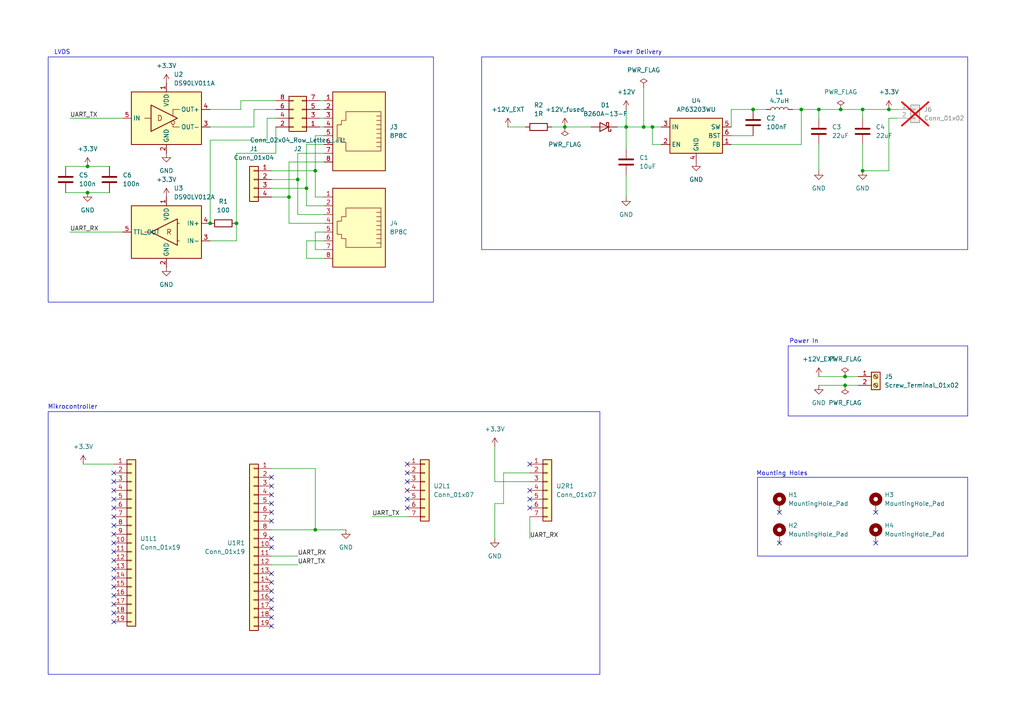
<source format=kicad_sch>
(kicad_sch (version 20250114) (generator "eeschema") (generator_version "9.0")
  (paper "A4")
  (title_block (title "Mikrocontroller LVDS Platine") (date "2026-02-09") (rev "1") (company "Chaostreff Tuebingen e.V."))
  (lib_symbols
    (symbol "Connector:8P8C" (pin_names (offset 1.016))
      (property "Reference" "J" (at -5.08 13.97 0))
      (property "Value" "8P8C" (at 2.54 13.97 0))
      (symbol "8P8C_0_1"
        (polyline (pts (xy -6.35 1.905) (xy -5.08 1.905) (xy -5.08 1.905)))
        (polyline (pts (xy -6.35 0.635) (xy -5.08 0.635) (xy -5.08 0.635)))
        (polyline (pts (xy -6.35 -0.635) (xy -5.08 -0.635) (xy -5.08 -0.635)))
        (polyline (pts (xy -6.35 -1.905) (xy -5.08 -1.905) (xy -5.08 -1.905)))
        (polyline (pts (xy -6.35 -3.175) (xy -5.08 -3.175) (xy -5.08 -3.175)))
        (polyline (pts (xy -6.35 -4.445) (xy -6.35 6.985) (xy 3.81 6.985) (xy 3.81 4.445) (xy 5.08 4.445) (xy 5.08 3.175) (xy 6.35 3.175) (xy 6.35 -0.635) (xy 5.08 -0.635) (xy 5.08 -1.905) (xy 3.81 -1.905) (xy 3.81 -4.445) (xy -6.35 -4.445) (xy -6.35 -4.445)))
        (polyline (pts (xy -5.08 5.715) (xy -6.35 5.715)))
        (polyline (pts (xy -5.08 4.445) (xy -6.35 4.445)))
        (polyline (pts (xy -5.08 3.175) (xy -6.35 3.175) (xy -6.35 3.175)))
        (rectangle (start 7.62 12.7) (end -7.62 -10.16) (stroke (width 0.254)) (fill (type background)))
      )
      (symbol "8P8C_1_1"
        (pin passive line (at 10.16 10.16 180) (length 2.54) (name "~") (number "8"))
        (pin passive line (at 10.16 7.62 180) (length 2.54) (name "~") (number "7"))
        (pin passive line (at 10.16 5.08 180) (length 2.54) (name "~") (number "6"))
        (pin passive line (at 10.16 2.54 180) (length 2.54) (name "~") (number "5"))
        (pin passive line (at 10.16 0 180) (length 2.54) (name "~") (number "4"))
        (pin passive line (at 10.16 -2.54 180) (length 2.54) (name "~") (number "3"))
        (pin passive line (at 10.16 -5.08 180) (length 2.54) (name "~") (number "2"))
        (pin passive line (at 10.16 -7.62 180) (length 2.54) (name "~") (number "1"))
      )
    )
    (symbol "Connector:Screw_Terminal_01x02" (pin_names (offset 1.016) (hide yes))
      (property "Reference" "J" (at 0 2.54 0))
      (property "Value" "Screw_Terminal_01x02" (at 0 -5.08 0))
      (symbol "Screw_Terminal_01x02_1_1"
        (rectangle (start -1.27 1.27) (end 1.27 -3.81) (stroke (width 0.254)) (fill (type background)))
        (polyline (pts (xy -0.5334 0.3302) (xy 0.3302 -0.508)) (stroke (width 0.1524)))
        (polyline (pts (xy -0.5334 -2.2098) (xy 0.3302 -3.048)) (stroke (width 0.1524)))
        (polyline (pts (xy -0.3556 0.508) (xy 0.508 -0.3302)) (stroke (width 0.1524)))
        (polyline (pts (xy -0.3556 -2.032) (xy 0.508 -2.8702)) (stroke (width 0.1524)))
        (circle (center 0 0) (radius 0.635) (stroke (width 0.1524)))
        (circle (center 0 -2.54) (radius 0.635) (stroke (width 0.1524)))
        (pin passive line (at -5.08 0 0) (length 3.81) (name "Pin_1") (number "1"))
        (pin passive line (at -5.08 -2.54 0) (length 3.81) (name "Pin_2") (number "2"))
      )
    )
    (symbol "Connector_Generic:Conn_01x02" (pin_names (offset 1.016) (hide yes))
      (property "Reference" "J" (at 0 2.54 0))
      (property "Value" "Conn_01x02" (at 0 -5.08 0))
      (symbol "Conn_01x02_1_1"
        (rectangle (start -1.27 1.27) (end 1.27 -3.81) (stroke (width 0.254)) (fill (type background)))
        (rectangle (start -1.27 0.127) (end 0 -0.127) (stroke (width 0.1524)))
        (rectangle (start -1.27 -2.413) (end 0 -2.667) (stroke (width 0.1524)))
        (pin passive line (at -5.08 0 0) (length 3.81) (name "Pin_1") (number "1"))
        (pin passive line (at -5.08 -2.54 0) (length 3.81) (name "Pin_2") (number "2"))
      )
    )
    (symbol "Connector_Generic:Conn_01x04" (pin_names (offset 1.016) (hide yes))
      (property "Reference" "J" (at 0 5.08 0))
      (property "Value" "Conn_01x04" (at 0 -7.62 0))
      (symbol "Conn_01x04_1_1"
        (rectangle (start -1.27 3.81) (end 1.27 -6.35) (stroke (width 0.254)) (fill (type background)))
        (rectangle (start -1.27 2.667) (end 0 2.413) (stroke (width 0.1524)))
        (rectangle (start -1.27 0.127) (end 0 -0.127) (stroke (width 0.1524)))
        (rectangle (start -1.27 -2.413) (end 0 -2.667) (stroke (width 0.1524)))
        (rectangle (start -1.27 -4.953) (end 0 -5.207) (stroke (width 0.1524)))
        (pin passive line (at -5.08 2.54 0) (length 3.81) (name "Pin_1") (number "1"))
        (pin passive line (at -5.08 0 0) (length 3.81) (name "Pin_2") (number "2"))
        (pin passive line (at -5.08 -2.54 0) (length 3.81) (name "Pin_3") (number "3"))
        (pin passive line (at -5.08 -5.08 0) (length 3.81) (name "Pin_4") (number "4"))
      )
    )
    (symbol "Connector_Generic:Conn_01x07" (pin_names (offset 1.016) (hide yes))
      (property "Reference" "J" (at 0 10.16 0))
      (property "Value" "Conn_01x07" (at 0 -10.16 0))
      (symbol "Conn_01x07_1_1"
        (rectangle (start -1.27 8.89) (end 1.27 -8.89) (stroke (width 0.254)) (fill (type background)))
        (rectangle (start -1.27 7.747) (end 0 7.493) (stroke (width 0.1524)))
        (rectangle (start -1.27 5.207) (end 0 4.953) (stroke (width 0.1524)))
        (rectangle (start -1.27 2.667) (end 0 2.413) (stroke (width 0.1524)))
        (rectangle (start -1.27 0.127) (end 0 -0.127) (stroke (width 0.1524)))
        (rectangle (start -1.27 -2.413) (end 0 -2.667) (stroke (width 0.1524)))
        (rectangle (start -1.27 -4.953) (end 0 -5.207) (stroke (width 0.1524)))
        (rectangle (start -1.27 -7.493) (end 0 -7.747) (stroke (width 0.1524)))
        (pin passive line (at -5.08 7.62 0) (length 3.81) (name "Pin_1") (number "1"))
        (pin passive line (at -5.08 5.08 0) (length 3.81) (name "Pin_2") (number "2"))
        (pin passive line (at -5.08 2.54 0) (length 3.81) (name "Pin_3") (number "3"))
        (pin passive line (at -5.08 0 0) (length 3.81) (name "Pin_4") (number "4"))
        (pin passive line (at -5.08 -2.54 0) (length 3.81) (name "Pin_5") (number "5"))
        (pin passive line (at -5.08 -5.08 0) (length 3.81) (name "Pin_6") (number "6"))
        (pin passive line (at -5.08 -7.62 0) (length 3.81) (name "Pin_7") (number "7"))
      )
    )
    (symbol "Connector_Generic:Conn_01x19" (pin_names (offset 1.016) (hide yes))
      (property "Reference" "J" (at 0 25.4 0))
      (property "Value" "Conn_01x19" (at 0 -25.4 0))
      (symbol "Conn_01x19_1_1"
        (rectangle (start -1.27 24.13) (end 1.27 -24.13) (stroke (width 0.254)) (fill (type background)))
        (rectangle (start -1.27 22.987) (end 0 22.733) (stroke (width 0.1524)))
        (rectangle (start -1.27 20.447) (end 0 20.193) (stroke (width 0.1524)))
        (rectangle (start -1.27 17.907) (end 0 17.653) (stroke (width 0.1524)))
        (rectangle (start -1.27 15.367) (end 0 15.113) (stroke (width 0.1524)))
        (rectangle (start -1.27 12.827) (end 0 12.573) (stroke (width 0.1524)))
        (rectangle (start -1.27 10.287) (end 0 10.033) (stroke (width 0.1524)))
        (rectangle (start -1.27 7.747) (end 0 7.493) (stroke (width 0.1524)))
        (rectangle (start -1.27 5.207) (end 0 4.953) (stroke (width 0.1524)))
        (rectangle (start -1.27 2.667) (end 0 2.413) (stroke (width 0.1524)))
        (rectangle (start -1.27 0.127) (end 0 -0.127) (stroke (width 0.1524)))
        (rectangle (start -1.27 -2.413) (end 0 -2.667) (stroke (width 0.1524)))
        (rectangle (start -1.27 -4.953) (end 0 -5.207) (stroke (width 0.1524)))
        (rectangle (start -1.27 -7.493) (end 0 -7.747) (stroke (width 0.1524)))
        (rectangle (start -1.27 -10.033) (end 0 -10.287) (stroke (width 0.1524)))
        (rectangle (start -1.27 -12.573) (end 0 -12.827) (stroke (width 0.1524)))
        (rectangle (start -1.27 -15.113) (end 0 -15.367) (stroke (width 0.1524)))
        (rectangle (start -1.27 -17.653) (end 0 -17.907) (stroke (width 0.1524)))
        (rectangle (start -1.27 -20.193) (end 0 -20.447) (stroke (width 0.1524)))
        (rectangle (start -1.27 -22.733) (end 0 -22.987) (stroke (width 0.1524)))
        (pin passive line (at -5.08 22.86 0) (length 3.81) (name "Pin_1") (number "1"))
        (pin passive line (at -5.08 20.32 0) (length 3.81) (name "Pin_2") (number "2"))
        (pin passive line (at -5.08 17.78 0) (length 3.81) (name "Pin_3") (number "3"))
        (pin passive line (at -5.08 15.24 0) (length 3.81) (name "Pin_4") (number "4"))
        (pin passive line (at -5.08 12.7 0) (length 3.81) (name "Pin_5") (number "5"))
        (pin passive line (at -5.08 10.16 0) (length 3.81) (name "Pin_6") (number "6"))
        (pin passive line (at -5.08 7.62 0) (length 3.81) (name "Pin_7") (number "7"))
        (pin passive line (at -5.08 5.08 0) (length 3.81) (name "Pin_8") (number "8"))
        (pin passive line (at -5.08 2.54 0) (length 3.81) (name "Pin_9") (number "9"))
        (pin passive line (at -5.08 0 0) (length 3.81) (name "Pin_10") (number "10"))
        (pin passive line (at -5.08 -2.54 0) (length 3.81) (name "Pin_11") (number "11"))
        (pin passive line (at -5.08 -5.08 0) (length 3.81) (name "Pin_12") (number "12"))
        (pin passive line (at -5.08 -7.62 0) (length 3.81) (name "Pin_13") (number "13"))
        (pin passive line (at -5.08 -10.16 0) (length 3.81) (name "Pin_14") (number "14"))
        (pin passive line (at -5.08 -12.7 0) (length 3.81) (name "Pin_15") (number "15"))
        (pin passive line (at -5.08 -15.24 0) (length 3.81) (name "Pin_16") (number "16"))
        (pin passive line (at -5.08 -17.78 0) (length 3.81) (name "Pin_17") (number "17"))
        (pin passive line (at -5.08 -20.32 0) (length 3.81) (name "Pin_18") (number "18"))
        (pin passive line (at -5.08 -22.86 0) (length 3.81) (name "Pin_19") (number "19"))
      )
    )
    (symbol "Connector_Generic:Conn_02x04_Odd_Even" (pin_names (offset 1.016) (hide yes))
      (property "Reference" "J" (at 1.27 5.08 0))
      (property "Value" "Conn_02x04_Odd_Even" (at 1.27 -7.62 0))
      (symbol "Conn_02x04_Odd_Even_1_1"
        (rectangle (start -1.27 3.81) (end 3.81 -6.35) (stroke (width 0.254)) (fill (type background)))
        (rectangle (start -1.27 2.667) (end 0 2.413) (stroke (width 0.1524)))
        (rectangle (start -1.27 0.127) (end 0 -0.127) (stroke (width 0.1524)))
        (rectangle (start -1.27 -2.413) (end 0 -2.667) (stroke (width 0.1524)))
        (rectangle (start -1.27 -4.953) (end 0 -5.207) (stroke (width 0.1524)))
        (rectangle (start 3.81 2.667) (end 2.54 2.413) (stroke (width 0.1524)))
        (rectangle (start 3.81 0.127) (end 2.54 -0.127) (stroke (width 0.1524)))
        (rectangle (start 3.81 -2.413) (end 2.54 -2.667) (stroke (width 0.1524)))
        (rectangle (start 3.81 -4.953) (end 2.54 -5.207) (stroke (width 0.1524)))
        (pin passive line (at -5.08 2.54 0) (length 3.81) (name "Pin_1") (number "1"))
        (pin passive line (at -5.08 0 0) (length 3.81) (name "Pin_3") (number "3"))
        (pin passive line (at -5.08 -2.54 0) (length 3.81) (name "Pin_5") (number "5"))
        (pin passive line (at -5.08 -5.08 0) (length 3.81) (name "Pin_7") (number "7"))
        (pin passive line (at 7.62 2.54 180) (length 3.81) (name "Pin_2") (number "2"))
        (pin passive line (at 7.62 0 180) (length 3.81) (name "Pin_4") (number "4"))
        (pin passive line (at 7.62 -2.54 180) (length 3.81) (name "Pin_6") (number "6"))
        (pin passive line (at 7.62 -5.08 180) (length 3.81) (name "Pin_8") (number "8"))
      )
    )
    (symbol "Device:C" (pin_numbers (hide yes)) (pin_names (offset 0.254))
      (property "Reference" "C" (at 0.635 2.54 0))
      (property "Value" "C" (at 0.635 -2.54 0))
      (symbol "C_0_1"
        (polyline (pts (xy -2.032 0.762) (xy 2.032 0.762)) (stroke (width 0.508)))
        (polyline (pts (xy -2.032 -0.762) (xy 2.032 -0.762)) (stroke (width 0.508)))
      )
      (symbol "C_1_1"
        (pin passive line (at 0 3.81 270) (length 2.794) (name "~") (number "1"))
        (pin passive line (at 0 -3.81 90) (length 2.794) (name "~") (number "2"))
      )
    )
    (symbol "Device:D_Schottky" (pin_numbers (hide yes)) (pin_names (offset 1.016) (hide yes))
      (property "Reference" "D" (at 0 2.54 0))
      (property "Value" "D_Schottky" (at 0 -2.54 0))
      (symbol "D_Schottky_0_1"
        (polyline (pts (xy -1.905 0.635) (xy -1.905 1.27) (xy -1.27 1.27) (xy -1.27 -1.27) (xy -0.635 -1.27) (xy -0.635 -0.635)) (stroke (width 0.254)))
        (polyline (pts (xy 1.27 1.27) (xy 1.27 -1.27) (xy -1.27 0) (xy 1.27 1.27)) (stroke (width 0.254)))
        (polyline (pts (xy 1.27 0) (xy -1.27 0)))
      )
      (symbol "D_Schottky_1_1"
        (pin passive line (at -3.81 0 0) (length 2.54) (name "K") (number "1"))
        (pin passive line (at 3.81 0 180) (length 2.54) (name "A") (number "2"))
      )
    )
    (symbol "Device:L" (pin_numbers (hide yes)) (pin_names (offset 1.016) (hide yes))
      (property "Reference" "L" (at -1.27 0 90))
      (property "Value" "L" (at 1.905 0 90))
      (symbol "L_0_1"
        (arc (start 0 2.54) (mid 0.6323 1.905) (end 0 1.27))
        (arc (start 0 1.27) (mid 0.6323 0.635) (end 0 0))
        (arc (start 0 0) (mid 0.6323 -0.635) (end 0 -1.27))
        (arc (start 0 -1.27) (mid 0.6323 -1.905) (end 0 -2.54))
      )
      (symbol "L_1_1"
        (pin passive line (at 0 3.81 270) (length 1.27) (name "1") (number "1"))
        (pin passive line (at 0 -3.81 90) (length 1.27) (name "2") (number "2"))
      )
    )
    (symbol "Device:R" (pin_numbers (hide yes)) (pin_names (offset 0))
      (property "Reference" "R" (at 2.032 0 90))
      (property "Value" "R" (at 0 0 90))
      (symbol "R_0_1"
        (rectangle (start -1.016 -2.54) (end 1.016 2.54) (stroke (width 0.254)))
      )
      (symbol "R_1_1"
        (pin passive line (at 0 3.81 270) (length 1.27) (name "~") (number "1"))
        (pin passive line (at 0 -3.81 90) (length 1.27) (name "~") (number "2"))
      )
    )
    (symbol "Interface:DS90LV011A"
      (property "Reference" "U" (at -8.89 8.89 0))
      (property "Value" "DS90LV011A" (at 1.27 8.89 0))
      (symbol "DS90LV011A_1_0"
        (rectangle (start -10.16 7.62) (end 10.16 -7.62) (stroke (width 0.254)) (fill (type background)))
        (polyline (pts (xy 1.905 0.635) (xy 1.905 2.54)))
        (circle (center 1.905 -1.27) (radius 0.508))
        (polyline (pts (xy 1.905 -1.778) (xy 1.905 -2.54)))
        (text "D" (at -1.905 0 0) (effects (font (size 1.524 1.524))))
      )
      (symbol "DS90LV011A_1_1"
        (polyline (pts (xy -6.35 0) (xy -4.445 0)))
        (polyline (pts (xy -4.445 -3.81) (xy -4.445 3.81) (xy 3.175 0) (xy -4.445 -3.81)) (stroke (width 0.254)))
        (polyline (pts (xy 1.905 -2.54) (xy 3.81 -2.54)))
        (polyline (pts (xy 3.81 2.54) (xy 1.905 2.54)))
        (pin input line (at -12.7 0 0) (length 2.54) (name "IN") (number "5"))
        (pin power_in line (at 0 10.16 270) (length 2.54) (name "VDD") (number "1"))
        (pin power_in line (at 0 -10.16 90) (length 2.54) (name "GND") (number "2"))
        (pin output line (at 12.7 2.54 180) (length 2.54) (name "OUT+") (number "4"))
        (pin output line (at 12.7 -2.54 180) (length 2.54) (name "OUT-") (number "3"))
      )
    )
    (symbol "LocalInterfaces:DS90LV012A"
      (property "Reference" "U" (at -8.89 8.89 0))
      (property "Value" "DS90LV012A" (at 1.27 8.89 0))
      (symbol "DS90LV012A_0_0"
        (polyline (pts (xy 3.175 2.54) (xy 3.81 2.54)))
        (polyline (pts (xy 3.175 -2.54) (xy 3.81 -2.54)))
      )
      (symbol "DS90LV012A_1_0"
        (rectangle (start -10.16 7.62) (end 10.16 -7.62) (stroke (width 0.254)) (fill (type background)))
      )
      (symbol "DS90LV012A_1_1"
        (polyline (pts (xy -6.35 0) (xy -4.445 0)))
        (polyline (pts (xy 3.175 -3.81) (xy 3.175 3.81) (xy -4.445 0) (xy 3.175 -3.81)) (stroke (width 0.254)))
        (text "R" (at 0.762 0 0) (effects (font (size 1.524 1.524))))
        (pin output line (at -12.7 0 0) (length 2.54) (name "TTL_OUT") (number "5"))
        (pin power_in line (at 0 10.16 270) (length 2.54) (name "VDD") (number "1"))
        (pin power_in line (at 0 -10.16 90) (length 2.54) (name "GND") (number "2"))
        (pin input line (at 12.7 2.54 180) (length 2.54) (name "IN+") (number "4"))
        (pin input line (at 12.7 -2.54 180) (length 2.54) (name "IN-") (number "3"))
      )
    )
    (symbol "Mechanical:MountingHole_Pad" (pin_numbers (hide yes)) (pin_names (offset 1.016) (hide yes)) (in_bom no)
      (property "Reference" "H" (at 0 6.35 0))
      (property "Value" "MountingHole_Pad" (at 0 4.445 0))
      (symbol "MountingHole_Pad_0_1"
        (circle (center 0 1.27) (radius 1.27) (stroke (width 1.27)))
      )
      (symbol "MountingHole_Pad_1_1"
        (pin input line (at 0 -2.54 90) (length 2.54) (name "1") (number "1"))
      )
    )
    (symbol "Regulator_Switching:AP63203WU"
      (property "Reference" "U" (at -7.62 6.35 0))
      (property "Value" "AP63203WU" (at 2.54 6.35 0))
      (symbol "AP63203WU_0_1"
        (rectangle (start -7.62 5.08) (end 7.62 -5.08) (stroke (width 0.254)) (fill (type background)))
      )
      (symbol "AP63203WU_1_1"
        (pin power_in line (at -10.16 2.54 0) (length 2.54) (name "IN") (number "3"))
        (pin input line (at -10.16 -2.54 0) (length 2.54) (name "EN") (number "2"))
        (pin power_in line (at 0 -7.62 90) (length 2.54) (name "GND") (number "4"))
        (pin output line (at 10.16 2.54 180) (length 2.54) (name "SW") (number "5"))
        (pin passive line (at 10.16 0 180) (length 2.54) (name "BST") (number "6"))
        (pin input line (at 10.16 -2.54 180) (length 2.54) (name "FB") (number "1"))
      )
    )
    (symbol "power:+12V" (power) (pin_numbers (hide yes)) (pin_names (offset 0) (hide yes))
      (property "Value" "+12V" (at 0 3.556 0))
      (symbol "+12V_0_1"
        (polyline (pts (xy -0.762 1.27) (xy 0 2.54)))
        (polyline (pts (xy 0 2.54) (xy 0.762 1.27)))
        (polyline (pts (xy 0 0) (xy 0 2.54)))
      )
      (symbol "+12V_1_1"
        (pin power_in line (at 0 0 90) (length 0) (name "~") (number "1"))
      )
    )
    (symbol "power:+12VA" (power) (pin_numbers (hide yes)) (pin_names (offset 0) (hide yes))
      (property "Value" "+12VA" (at 0 3.556 0))
      (symbol "+12VA_0_1"
        (polyline (pts (xy -0.762 1.27) (xy 0 2.54)))
        (polyline (pts (xy 0 2.54) (xy 0.762 1.27)))
        (polyline (pts (xy 0 0) (xy 0 2.54)))
      )
      (symbol "+12VA_1_1"
        (pin power_in line (at 0 0 90) (length 0) (name "~") (number "1"))
      )
    )
    (symbol "power:+3.3V" (power) (pin_numbers (hide yes)) (pin_names (offset 0) (hide yes))
      (property "Value" "+3.3V" (at 0 3.556 0))
      (symbol "+3.3V_0_1"
        (polyline (pts (xy -0.762 1.27) (xy 0 2.54)))
        (polyline (pts (xy 0 2.54) (xy 0.762 1.27)))
        (polyline (pts (xy 0 0) (xy 0 2.54)))
      )
      (symbol "+3.3V_1_1"
        (pin power_in line (at 0 0 90) (length 0) (name "~") (number "1"))
      )
    )
    (symbol "power:GND" (power) (pin_numbers (hide yes)) (pin_names (offset 0) (hide yes))
      (property "Value" "GND" (at 0 -3.81 0))
      (symbol "GND_0_1"
        (polyline (pts (xy 0 0) (xy 0 -1.27) (xy 1.27 -1.27) (xy 0 -2.54) (xy -1.27 -1.27) (xy 0 -1.27)))
      )
      (symbol "GND_1_1"
        (pin power_in line (at 0 0 270) (length 0) (name "~") (number "1"))
      )
    )
    (symbol "power:PWR_FLAG" (power) (pin_numbers (hide yes)) (pin_names (offset 0) (hide yes))
      (property "Value" "PWR_FLAG" (at 0 3.81 0))
      (symbol "PWR_FLAG_0_0"
        (pin power_out line (at 0 0 90) (length 0) (name "~") (number "1"))
      )
      (symbol "PWR_FLAG_0_1"
        (polyline (pts (xy 0 0) (xy 0 1.27) (xy -1.016 1.905) (xy 0 2.54) (xy 1.016 1.905) (xy 0 1.27)))
      )
    )
  )
  (rectangle (start 13.97 119.38) (end 173.99 195.58))
  (rectangle (start 13.97 16.51) (end 125.73 87.63))
  (rectangle (start 139.7 16.51) (end 280.67 72.39))
  (rectangle (start 219.71 138.43) (end 280.67 161.29))
  (rectangle (start 228.6 100.33) (end 280.67 120.65))
  (text "Mikrocontroller" (at 21.082 118.11 0) (effects (font (size 1.27 1.27))))
  (text "LVDS" (at 18.034 15.24 0) (effects (font (size 1.27 1.27))))
  (text "Mounting Holes" (at 226.822 137.414 0) (effects (font (size 1.27 1.27))))
  (text "Power Delivery" (at 184.912 15.24 0) (effects (font (size 1.27 1.27))))
  (text "Power In\n" (at 233.172 99.06 0) (effects (font (size 1.27 1.27))))
  (junction (at 232.41 31.75))
  (junction (at 250.19 31.75))
  (junction (at 243.84 31.75))
  (junction (at 91.44 153.67))
  (junction (at 257.81 31.75))
  (junction (at 245.11 109.22))
  (junction (at 68.58 64.77))
  (junction (at 86.36 52.07))
  (junction (at 186.69 36.83))
  (junction (at 83.82 57.15))
  (junction (at 218.44 31.75))
  (junction (at 181.61 36.83))
  (junction (at 25.4 55.88))
  (junction (at 189.23 36.83))
  (junction (at 88.9 54.61))
  (junction (at 245.11 111.76))
  (junction (at 60.96 64.77))
  (junction (at 91.44 49.53))
  (junction (at 25.4 48.26))
  (junction (at 237.49 31.75))
  (junction (at 250.19 49.53))
  (junction (at 163.83 36.83))
  (no_connect (at 78.74 140.97))
  (no_connect (at 78.74 156.21))
  (no_connect (at 78.74 171.45))
  (no_connect (at 78.74 143.51))
  (no_connect (at 78.74 176.53))
  (no_connect (at 33.02 144.78))
  (no_connect (at 118.11 144.78))
  (no_connect (at 78.74 166.37))
  (no_connect (at 226.06 157.48))
  (no_connect (at 33.02 180.34))
  (no_connect (at 118.11 147.32))
  (no_connect (at 153.67 144.78))
  (no_connect (at 254 148.59))
  (no_connect (at 78.74 179.07))
  (no_connect (at 33.02 137.16))
  (no_connect (at 33.02 149.86))
  (no_connect (at 78.74 158.75))
  (no_connect (at 33.02 154.94))
  (no_connect (at 254 157.48))
  (no_connect (at 33.02 170.18))
  (no_connect (at 78.74 181.61))
  (no_connect (at 153.67 142.24))
  (no_connect (at 78.74 146.05))
  (no_connect (at 118.11 139.7))
  (no_connect (at 78.74 138.43))
  (no_connect (at 153.67 134.62))
  (no_connect (at 33.02 165.1))
  (no_connect (at 78.74 173.99))
  (no_connect (at 33.02 147.32))
  (no_connect (at 33.02 139.7))
  (no_connect (at 33.02 175.26))
  (no_connect (at 33.02 160.02))
  (no_connect (at 226.06 148.59))
  (no_connect (at 78.74 168.91))
  (no_connect (at 118.11 134.62))
  (no_connect (at 118.11 142.24))
  (no_connect (at 33.02 177.8))
  (no_connect (at 33.02 142.24))
  (no_connect (at 33.02 157.48))
  (no_connect (at 33.02 172.72))
  (no_connect (at 118.11 137.16))
  (no_connect (at 33.02 167.64))
  (no_connect (at 33.02 162.56))
  (no_connect (at 78.74 151.13))
  (no_connect (at 153.67 147.32))
  (no_connect (at 33.02 152.4))
  (no_connect (at 78.74 148.59))
  (wire (pts (xy 88.9 74.93) (xy 93.98 74.93)))
  (wire (pts (xy 19.05 55.88) (xy 25.4 55.88)))
  (wire (pts (xy 78.74 54.61) (xy 88.9 54.61)))
  (wire (pts (xy 257.81 34.29) (xy 260.35 34.29)))
  (wire (pts (xy 60.96 36.83) (xy 73.66 36.83)))
  (wire (pts (xy 147.32 36.83) (xy 152.4 36.83)))
  (wire (pts (xy 232.41 31.75) (xy 232.41 41.91)))
  (wire (pts (xy 163.83 36.83) (xy 171.45 36.83)))
  (wire (pts (xy 91.44 49.53) (xy 91.44 57.15)))
  (wire (pts (xy 212.09 39.37) (xy 218.44 39.37)))
  (wire (pts (xy 181.61 36.83) (xy 181.61 43.18)))
  (wire (pts (xy 78.74 161.29) (xy 86.36 161.29)))
  (wire (pts (xy 91.44 153.67) (xy 100.33 153.67)))
  (wire (pts (xy 60.96 31.75) (xy 69.85 31.75)))
  (wire (pts (xy 60.96 69.85) (xy 68.58 69.85)))
  (wire (pts (xy 91.44 72.39) (xy 93.98 72.39)))
  (wire (pts (xy 92.71 34.29) (xy 93.98 34.29)))
  (wire (pts (xy 78.74 57.15) (xy 83.82 57.15)))
  (wire (pts (xy 153.67 137.16) (xy 146.05 137.16)))
  (wire (pts (xy 88.9 54.61) (xy 88.9 59.69)))
  (wire (pts (xy 186.69 25.4) (xy 186.69 36.83)))
  (wire (pts (xy 86.36 44.45) (xy 86.36 52.07)))
  (wire (pts (xy 25.4 55.88) (xy 31.75 55.88)))
  (wire (pts (xy 229.87 31.75) (xy 232.41 31.75)))
  (wire (pts (xy 237.49 111.76) (xy 245.11 111.76)))
  (wire (pts (xy 92.71 36.83) (xy 93.98 36.83)))
  (wire (pts (xy 60.96 40.64) (xy 77.47 40.64)))
  (wire (pts (xy 91.44 39.37) (xy 91.44 49.53)))
  (wire (pts (xy 69.85 31.75) (xy 69.85 29.21)))
  (wire (pts (xy 80.01 44.45) (xy 68.58 44.45)))
  (wire (pts (xy 83.82 64.77) (xy 93.98 64.77)))
  (wire (pts (xy 245.11 111.76) (xy 248.92 111.76)))
  (wire (pts (xy 153.67 139.7) (xy 143.51 139.7)))
  (wire (pts (xy 80.01 36.83) (xy 80.01 44.45)))
  (wire (pts (xy 181.61 31.75) (xy 181.61 36.83)))
  (wire (pts (xy 257.81 31.75) (xy 260.35 31.75)))
  (wire (pts (xy 88.9 41.91) (xy 88.9 54.61)))
  (wire (pts (xy 69.85 29.21) (xy 80.01 29.21)))
  (wire (pts (xy 237.49 31.75) (xy 243.84 31.75)))
  (wire (pts (xy 237.49 41.91) (xy 237.49 49.53)))
  (wire (pts (xy 83.82 57.15) (xy 83.82 64.77)))
  (wire (pts (xy 93.98 44.45) (xy 86.36 44.45)))
  (wire (pts (xy 143.51 146.05) (xy 143.51 156.21)))
  (wire (pts (xy 232.41 31.75) (xy 237.49 31.75)))
  (wire (pts (xy 78.74 49.53) (xy 91.44 49.53)))
  (wire (pts (xy 107.95 149.86) (xy 118.11 149.86)))
  (wire (pts (xy 25.4 48.26) (xy 31.75 48.26)))
  (wire (pts (xy 237.49 31.75) (xy 237.49 34.29)))
  (wire (pts (xy 83.82 46.99) (xy 83.82 57.15)))
  (wire (pts (xy 181.61 50.8) (xy 181.61 57.15)))
  (wire (pts (xy 77.47 34.29) (xy 77.47 40.64)))
  (wire (pts (xy 77.47 34.29) (xy 80.01 34.29)))
  (wire (pts (xy 91.44 135.89) (xy 91.44 153.67)))
  (wire (pts (xy 160.02 36.83) (xy 163.83 36.83)))
  (wire (pts (xy 68.58 64.77) (xy 68.58 69.85)))
  (wire (pts (xy 250.19 41.91) (xy 250.19 49.53)))
  (wire (pts (xy 93.98 39.37) (xy 91.44 39.37)))
  (wire (pts (xy 68.58 44.45) (xy 68.58 64.77)))
  (wire (pts (xy 179.07 36.83) (xy 181.61 36.83)))
  (wire (pts (xy 20.32 67.31) (xy 35.56 67.31)))
  (wire (pts (xy 191.77 41.91) (xy 189.23 41.91)))
  (wire (pts (xy 19.05 48.26) (xy 25.4 48.26)))
  (wire (pts (xy 212.09 41.91) (xy 232.41 41.91)))
  (wire (pts (xy 88.9 59.69) (xy 93.98 59.69)))
  (wire (pts (xy 218.44 31.75) (xy 222.25 31.75)))
  (wire (pts (xy 189.23 36.83) (xy 191.77 36.83)))
  (wire (pts (xy 250.19 31.75) (xy 257.81 31.75)))
  (wire (pts (xy 93.98 41.91) (xy 88.9 41.91)))
  (wire (pts (xy 212.09 36.83) (xy 212.09 31.75)))
  (wire (pts (xy 257.81 49.53) (xy 250.19 49.53)))
  (wire (pts (xy 93.98 46.99) (xy 83.82 46.99)))
  (wire (pts (xy 78.74 153.67) (xy 91.44 153.67)))
  (wire (pts (xy 237.49 109.22) (xy 245.11 109.22)))
  (wire (pts (xy 93.98 69.85) (xy 88.9 69.85)))
  (wire (pts (xy 181.61 36.83) (xy 186.69 36.83)))
  (wire (pts (xy 91.44 67.31) (xy 91.44 72.39)))
  (wire (pts (xy 24.13 134.62) (xy 33.02 134.62)))
  (wire (pts (xy 92.71 31.75) (xy 93.98 31.75)))
  (wire (pts (xy 78.74 163.83) (xy 86.36 163.83)))
  (wire (pts (xy 250.19 31.75) (xy 250.19 34.29)))
  (wire (pts (xy 73.66 31.75) (xy 80.01 31.75)))
  (wire (pts (xy 86.36 62.23) (xy 93.98 62.23)))
  (wire (pts (xy 257.81 34.29) (xy 257.81 49.53)))
  (wire (pts (xy 245.11 109.22) (xy 248.92 109.22)))
  (wire (pts (xy 243.84 31.75) (xy 250.19 31.75)))
  (wire (pts (xy 86.36 52.07) (xy 86.36 62.23)))
  (wire (pts (xy 73.66 36.83) (xy 73.66 31.75)))
  (wire (pts (xy 186.69 36.83) (xy 189.23 36.83)))
  (wire (pts (xy 78.74 135.89) (xy 91.44 135.89)))
  (wire (pts (xy 212.09 31.75) (xy 218.44 31.75)))
  (wire (pts (xy 146.05 146.05) (xy 143.51 146.05)))
  (wire (pts (xy 146.05 137.16) (xy 146.05 146.05)))
  (wire (pts (xy 88.9 69.85) (xy 88.9 74.93)))
  (wire (pts (xy 91.44 57.15) (xy 93.98 57.15)))
  (wire (pts (xy 92.71 29.21) (xy 93.98 29.21)))
  (wire (pts (xy 143.51 139.7) (xy 143.51 129.54)))
  (wire (pts (xy 93.98 67.31) (xy 91.44 67.31)))
  (wire (pts (xy 60.96 40.64) (xy 60.96 64.77)))
  (wire (pts (xy 78.74 52.07) (xy 86.36 52.07)))
  (wire (pts (xy 153.67 149.86) (xy 153.67 156.21)))
  (wire (pts (xy 20.32 34.29) (xy 35.56 34.29)))
  (wire (pts (xy 189.23 41.91) (xy 189.23 36.83)))
  (label "UART_TX" (at 20.32 34.29 0))
  (label "UART_RX" (at 20.32 67.31 0))
  (label "UART_RX" (at 86.36 161.29 0))
  (label "UART_TX" (at 107.95 149.86 0))
  (label "UART_TX" (at 86.36 163.83 0))
  (label "UART_RX" (at 153.67 156.21 0))
  (symbol (lib_id "power:PWR_FLAG") (at 245.11 111.76 180) (unit 1)
    (property "Reference" "#FLG03" (effects (hide yes)))
    (property "Value" "PWR_FLAG" (at 245.11 116.84 0))
    (property "Description" "Special symbol for telling ERC where power comes from" (effects (hide yes)))
  )
  (symbol (lib_id "Connector:8P8C") (at 104.14 36.83 180) (unit 1)
    (property "Reference" "J3" (at 113.03 36.8299 0) (effects (justify right)))
    (property "Value" "8P8C" (at 113.03 39.3699 0) (effects (justify right)))
    (property "Footprint" "Connector_RJ:RJ45_Amphenol_54602-x08_Horizontal" (effects (hide yes)))
    (property "Description" "RJ connector, 8P8C (8 positions 8 connected), RJ31/RJ32/RJ33/RJ34/RJ35/RJ41/RJ45/RJ49/RJ61" (effects (hide yes)))
  )
  (symbol (lib_id "power:GND") (at 25.4 55.88 0) (unit 1)
    (property "Reference" "#PWR016" (effects (hide yes)))
    (property "Value" "GND" (at 25.4 60.96 0))
    (property "Description" "Power symbol creates a global label with name \"GND\" , ground" (effects (hide yes)))
  )
  (symbol (lib_id "power:+3.3V") (at 48.26 57.15 0) (unit 1)
    (property "Reference" "#PWR010" (effects (hide yes)))
    (property "Value" "+3.3V" (at 48.26 52.07 0))
    (property "Description" "Power symbol creates a global label with name \"+3.3V\"" (effects (hide yes)))
  )
  (symbol (lib_id "power:GND") (at 237.49 49.53 0) (unit 1)
    (property "Reference" "#PWR04" (effects (hide yes)))
    (property "Value" "GND" (at 237.49 54.61 0))
    (property "Description" "Power symbol creates a global label with name \"GND\" , ground" (effects (hide yes)))
  )
  (symbol (lib_id "power:GND") (at 250.19 49.53 0) (unit 1)
    (property "Reference" "#PWR05" (effects (hide yes)))
    (property "Value" "GND" (at 250.19 54.61 0))
    (property "Description" "Power symbol creates a global label with name \"GND\" , ground" (effects (hide yes)))
  )
  (symbol (lib_id "power:GND") (at 100.33 153.67 0) (unit 1)
    (property "Reference" "#PWR07" (effects (hide yes)))
    (property "Value" "GND" (at 100.33 158.75 0))
    (property "Description" "Power symbol creates a global label with name \"GND\" , ground" (effects (hide yes)))
  )
  (symbol (lib_id "power:+3.3V") (at 24.13 134.62 0) (unit 1)
    (property "Reference" "#PWR06" (effects (hide yes)))
    (property "Value" "+3.3V" (at 24.13 129.54 0))
    (property "Description" "Power symbol creates a global label with name \"+3.3V\"" (effects (hide yes)))
  )
  (symbol (lib_id "power:GND") (at 48.26 44.45 0) (unit 1)
    (property "Reference" "#PWR09" (effects (hide yes)))
    (property "Value" "GND" (at 48.26 49.53 0))
    (property "Description" "Power symbol creates a global label with name \"GND\" , ground" (effects (hide yes)))
  )
  (symbol (lib_id "Device:L") (at 226.06 31.75 90) (unit 1)
    (property "Reference" "L1" (at 226.06 26.67 90))
    (property "Value" "4.7uH" (at 226.06 29.21 90))
    (property "Footprint" "Inductor_SMD:L_Wuerth_PMFI-322512" (effects (hide yes)))
    (property "Description" "Inductor" (effects (hide yes)))
  )
  (symbol (lib_id "Mechanical:MountingHole_Pad") (at 254 146.05 0) (unit 1) (in_bom no)
    (property "Reference" "H3" (at 256.54 143.5099 0) (effects (justify left)))
    (property "Value" "MountingHole_Pad" (at 256.54 146.0499 0) (effects (justify left)))
    (property "Footprint" "MountingHole:MountingHole_3.2mm_M3_Pad" (effects (hide yes)))
    (property "Description" "Mounting Hole with connection" (effects (hide yes)))
  )
  (symbol (lib_id "Device:R") (at 156.21 36.83 270) (unit 1)
    (property "Reference" "R2" (at 156.21 30.48 90))
    (property "Value" "1R" (at 156.21 33.02 90))
    (property "Footprint" "Resistor_SMD:R_0805_2012Metric" (effects (hide yes)))
    (property "Description" "Resistor" (effects (hide yes)))
  )
  (symbol (lib_id "power:GND") (at 181.61 57.15 0) (unit 1)
    (property "Reference" "#PWR02" (effects (hide yes)))
    (property "Value" "GND" (at 181.61 62.23 0))
    (property "Description" "Power symbol creates a global label with name \"GND\" , ground" (effects (hide yes)))
  )
  (symbol (lib_id "power:+12V") (at 147.32 36.83 0) (unit 1)
    (property "Reference" "#PWR01" (effects (hide yes)))
    (property "Value" "+12V_EXT" (at 147.32 31.75 0))
    (property "Description" "Power symbol creates a global label with name \"+12V\"" (effects (hide yes)))
  )
  (symbol (lib_id "power:+12V") (at 237.49 109.22 0) (unit 1)
    (property "Reference" "#PWR013" (effects (hide yes)))
    (property "Value" "+12V_EXT" (at 237.49 104.14 0))
    (property "Description" "Power symbol creates a global label with name \"+12V\"" (effects (hide yes)))
  )
  (symbol (lib_id "Interface:DS90LV011A") (at 48.26 34.29 0) (unit 1)
    (property "Reference" "U2" (at 50.4033 21.59 0) (effects (justify left)))
    (property "Value" "DS90LV011A" (at 50.4033 24.13 0) (effects (justify left)))
    (property "Footprint" "Package_TO_SOT_SMD:SOT-23-5" (effects (hide yes)))
    (property "Datasheet" "http://www.ti.com/lit/ds/symlink/ds90lv011a.pdf" (effects (hide yes)))
    (property "Description" "LVDS Single High Speed Differential Driver, 400Mbps, SOT-23-5" (effects (hide yes)))
  )
  (symbol (lib_id "Connector:Screw_Terminal_01x02") (at 254 109.22 0) (unit 1)
    (property "Reference" "J5" (at 256.54 109.2199 0) (effects (justify left)))
    (property "Value" "Screw_Terminal_01x02" (at 256.54 111.7599 0) (effects (justify left)))
    (property "Footprint" "TerminalBlock_Phoenix:TerminalBlock_Phoenix_MKDS-1,5-2-5.08_1x02_P5.08mm_Horizontal" (effects (hide yes)))
    (property "Description" "Generic screw terminal, single row, 01x02, script generated (kicad-library-utils/schlib/autogen/connector/)" (effects (hide yes)))
  )
  (symbol (lib_id "Connector_Generic:Conn_01x19") (at 38.1 157.48 0) (unit 1)
    (property "Reference" "U1L1" (at 40.64 156.2099 0) (effects (justify left)))
    (property "Value" "Conn_01x19" (at 40.64 158.7499 0) (effects (justify left)))
    (property "Footprint" "Connector_PinSocket_2.54mm:PinSocket_1x19_P2.54mm_Vertical" (effects (hide yes)))
    (property "Description" "Generic connector, single row, 01x19, script generated (kicad-library-utils/schlib/autogen/connector/)" (effects (hide yes)))
  )
  (symbol (lib_id "power:+3.3V") (at 257.81 31.75 0) (unit 1)
    (property "Reference" "#PWR03" (effects (hide yes)))
    (property "Value" "+3.3V" (at 257.81 26.67 0))
    (property "Description" "Power symbol creates a global label with name \"+3.3V\"" (effects (hide yes)))
  )
  (symbol (lib_id "power:PWR_FLAG") (at 163.83 36.83 180) (unit 1)
    (property "Reference" "#FLG05" (effects (hide yes)))
    (property "Value" "PWR_FLAG" (at 163.83 41.91 0))
    (property "Description" "Special symbol for telling ERC where power comes from" (effects (hide yes)))
  )
  (symbol (lib_id "Mechanical:MountingHole_Pad") (at 254 154.94 0) (unit 1) (in_bom no)
    (property "Reference" "H4" (at 256.54 152.3999 0) (effects (justify left)))
    (property "Value" "MountingHole_Pad" (at 256.54 154.9399 0) (effects (justify left)))
    (property "Footprint" "MountingHole:MountingHole_3.2mm_M3_Pad" (effects (hide yes)))
    (property "Description" "Mounting Hole with connection" (effects (hide yes)))
  )
  (symbol (lib_id "power:GND") (at 201.93 46.99 0) (unit 1)
    (property "Reference" "#PWR012" (effects (hide yes)))
    (property "Value" "GND" (at 201.93 52.07 0))
    (property "Description" "Power symbol creates a global label with name \"GND\" , ground" (effects (hide yes)))
  )
  (symbol (lib_id "power:GND") (at 237.49 111.76 0) (unit 1)
    (property "Reference" "#PWR014" (effects (hide yes)))
    (property "Value" "GND" (at 237.49 116.84 0))
    (property "Description" "Power symbol creates a global label with name \"GND\" , ground" (effects (hide yes)))
  )
  (symbol (lib_id "Device:R") (at 64.77 64.77 90) (unit 1)
    (property "Reference" "R1" (at 64.77 58.42 90))
    (property "Value" "100" (at 64.77 60.96 90))
    (property "Footprint" "Resistor_SMD:R_0603_1608Metric" (effects (hide yes)))
    (property "Description" "Resistor" (effects (hide yes)))
  )
  (symbol (lib_id "power:GND") (at 48.26 77.47 0) (unit 1)
    (property "Reference" "#PWR011" (effects (hide yes)))
    (property "Value" "GND" (at 48.26 82.55 0))
    (property "Description" "Power symbol creates a global label with name \"GND\" , ground" (effects (hide yes)))
  )
  (symbol (lib_id "power:+3.3V") (at 25.4 48.26 0) (unit 1)
    (property "Reference" "#PWR015" (effects (hide yes)))
    (property "Value" "+3.3V" (at 25.4 43.18 0))
    (property "Description" "Power symbol creates a global label with name \"+3.3V\"" (effects (hide yes)))
  )
  (symbol (lib_id "power:GND") (at 143.51 156.21 0) (unit 1)
    (property "Reference" "#PWR019" (effects (hide yes)))
    (property "Value" "GND" (at 143.51 161.29 0))
    (property "Description" "Power symbol creates a global label with name \"GND\" , ground" (effects (hide yes)))
  )
  (symbol (lib_id "Connector_Generic:Conn_01x04") (at 73.66 52.07 0) (mirror y) (unit 1)
    (property "Reference" "J1" (at 73.66 43.18 0))
    (property "Value" "Conn_01x04" (at 73.66 45.72 0))
    (property "Footprint" "Connector_PinHeader_2.54mm:PinHeader_1x04_P2.54mm_Vertical" (effects (hide yes)))
    (property "Description" "Generic connector, single row, 01x04, script generated (kicad-library-utils/schlib/autogen/connector/)" (effects (hide yes)))
  )
  (symbol (lib_id "Device:C") (at 237.49 38.1 0) (unit 1)
    (property "Reference" "C3" (at 241.3 36.8299 0) (effects (justify left)))
    (property "Value" "22uF" (at 241.3 39.3699 0) (effects (justify left)))
    (property "Footprint" "Capacitor_SMD:C_1210_3225Metric" (effects (hide yes)))
    (property "Description" "Unpolarized capacitor" (effects (hide yes)))
  )
  (symbol (lib_id "Device:C") (at 181.61 46.99 0) (unit 1)
    (property "Reference" "C1" (at 185.42 45.7199 0) (effects (justify left)))
    (property "Value" "10uF" (at 185.42 48.2599 0) (effects (justify left)))
    (property "Footprint" "Capacitor_SMD:C_1210_3225Metric" (effects (hide yes)))
    (property "Description" "Unpolarized capacitor" (effects (hide yes)))
  )
  (symbol (lib_id "Device:C") (at 218.44 35.56 0) (unit 1)
    (property "Reference" "C2" (at 222.25 34.2899 0) (effects (justify left)))
    (property "Value" "100nF" (at 222.25 36.8299 0) (effects (justify left)))
    (property "Footprint" "Capacitor_SMD:C_0603_1608Metric" (effects (hide yes)))
    (property "Description" "Unpolarized capacitor" (effects (hide yes)))
  )
  (symbol (lib_id "Connector:8P8C") (at 104.14 64.77 180) (unit 1)
    (property "Reference" "J4" (at 113.03 64.7699 0) (effects (justify right)))
    (property "Value" "8P8C" (at 113.03 67.3099 0) (effects (justify right)))
    (property "Footprint" "Connector_RJ:RJ45_Amphenol_54602-x08_Horizontal" (effects (hide yes)))
    (property "Description" "RJ connector, 8P8C (8 positions 8 connected), RJ31/RJ32/RJ33/RJ34/RJ35/RJ41/RJ45/RJ49/RJ61" (effects (hide yes)))
  )
  (symbol (lib_id "Mechanical:MountingHole_Pad") (at 226.06 146.05 0) (unit 1) (in_bom no)
    (property "Reference" "H1" (at 228.6 143.5099 0) (effects (justify left)))
    (property "Value" "MountingHole_Pad" (at 228.6 146.0499 0) (effects (justify left)))
    (property "Footprint" "MountingHole:MountingHole_3.2mm_M3_Pad" (effects (hide yes)))
    (property "Description" "Mounting Hole with connection" (effects (hide yes)))
  )
  (symbol (lib_id "Connector_Generic:Conn_01x07") (at 158.75 142.24 0) (unit 1)
    (property "Reference" "U2R1" (at 161.29 140.9699 0) (effects (justify left)))
    (property "Value" "Conn_01x07" (at 161.29 143.5099 0) (effects (justify left)))
    (property "Footprint" "Connector_PinSocket_2.54mm:PinSocket_1x07_P2.54mm_Vertical" (effects (hide yes)))
    (property "Description" "Generic connector, single row, 01x07, script generated (kicad-library-utils/schlib/autogen/connector/)" (effects (hide yes)))
  )
  (symbol (lib_id "Device:C") (at 250.19 38.1 0) (unit 1)
    (property "Reference" "C4" (at 254 36.8299 0) (effects (justify left)))
    (property "Value" "22uF" (at 254 39.3699 0) (effects (justify left)))
    (property "Footprint" "Capacitor_SMD:C_1210_3225Metric" (effects (hide yes)))
    (property "Description" "Unpolarized capacitor" (effects (hide yes)))
  )
  (symbol (lib_id "power:PWR_FLAG") (at 243.84 31.75 0) (unit 1)
    (property "Reference" "#FLG01" (effects (hide yes)))
    (property "Value" "PWR_FLAG" (at 243.84 26.67 0))
    (property "Description" "Special symbol for telling ERC where power comes from" (effects (hide yes)))
  )
  (symbol (lib_id "power:+3.3V") (at 143.51 129.54 0) (unit 1)
    (property "Reference" "#PWR018" (effects (hide yes)))
    (property "Value" "+3.3V" (at 143.51 124.46 0))
    (property "Description" "Power symbol creates a global label with name \"+3.3V\"" (effects (hide yes)))
  )
  (symbol (lib_id "LocalInterfaces:DS90LV012A") (at 48.26 67.31 0) (unit 1)
    (property "Reference" "U3" (at 50.4033 54.61 0) (effects (justify left)))
    (property "Value" "DS90LV012A" (at 50.4033 57.15 0) (effects (justify left)))
    (property "Footprint" "Package_TO_SOT_SMD:SOT-23-5" (effects (hide yes)))
    (property "Datasheet" "https://www.ti.com/lit/ds/symlink/ds90lv012a.pdf" (effects (hide yes)))
    (property "Description" "LVDS Single CMOS Differential Line Receiver, 400Mbps, SOT-23-5" (effects (hide yes)))
  )
  (symbol (lib_id "Connector_Generic:Conn_02x04_Odd_Even") (at 87.63 34.29 180) (unit 1)
    (property "Reference" "J2" (at 86.36 43.18 0))
    (property "Value" "Conn_02x04_Row_Letter_Last" (at 86.36 40.64 0))
    (property "Footprint" "Connector_PinHeader_2.54mm:PinHeader_2x04_P2.54mm_Vertical" (effects (hide yes)))
    (property "Description" "Generic connector, double row, 02x04, odd/even pin numbering scheme (row 1 odd numbers, row 2 even numbers), script generated (kicad-library-utils/schlib/autogen/connector/)" (effects (hide yes)))
  )
  (symbol (lib_id "Device:D_Schottky") (at 175.26 36.83 180) (unit 1)
    (property "Reference" "D1" (at 175.5775 30.48 0))
    (property "Value" "B260A-13-F" (at 175.5775 33.02 0))
    (property "Footprint" "Diode_SMD:D_SMB" (effects (hide yes)))
    (property "Description" "Schottky diode" (effects (hide yes)))
  )
  (symbol (lib_id "Mechanical:MountingHole_Pad") (at 226.06 154.94 0) (unit 1) (in_bom no)
    (property "Reference" "H2" (at 228.6 152.3999 0) (effects (justify left)))
    (property "Value" "MountingHole_Pad" (at 228.6 154.9399 0) (effects (justify left)))
    (property "Footprint" "MountingHole:MountingHole_3.2mm_M3_Pad" (effects (hide yes)))
    (property "Description" "Mounting Hole with connection" (effects (hide yes)))
  )
  (symbol (lib_id "Connector_Generic:Conn_01x02") (at 265.43 31.75 0) (unit 1) (dnp yes)
    (property "Reference" "J6" (at 267.97 31.7499 0) (effects (justify left)))
    (property "Value" "Conn_01x02" (at 267.97 34.2899 0) (effects (justify left)))
    (property "Footprint" "Connector_PinSocket_2.54mm:PinSocket_1x02_P2.54mm_Vertical" (effects (hide yes)))
    (property "Description" "Generic connector, single row, 01x02, script generated (kicad-library-utils/schlib/autogen/connector/)" (effects (hide yes)))
  )
  (symbol (lib_id "power:PWR_FLAG") (at 186.69 25.4 0) (unit 1)
    (property "Reference" "#FLG04" (effects (hide yes)))
    (property "Value" "PWR_FLAG" (at 186.69 20.32 0))
    (property "Description" "Special symbol for telling ERC where power comes from" (effects (hide yes)))
  )
  (symbol (lib_id "Device:C") (at 31.75 52.07 0) (unit 1)
    (property "Reference" "C6" (at 35.56 50.7999 0) (effects (justify left)))
    (property "Value" "100n" (at 35.56 53.3399 0) (effects (justify left)))
    (property "Footprint" "Capacitor_SMD:C_0603_1608Metric" (effects (hide yes)))
    (property "Description" "Unpolarized capacitor" (effects (hide yes)))
  )
  (symbol (lib_id "Connector_Generic:Conn_01x07") (at 123.19 142.24 0) (unit 1)
    (property "Reference" "U2L1" (at 125.73 140.9699 0) (effects (justify left)))
    (property "Value" "Conn_01x07" (at 125.73 143.5099 0) (effects (justify left)))
    (property "Footprint" "Connector_PinSocket_2.54mm:PinSocket_1x07_P2.54mm_Vertical" (effects (hide yes)))
    (property "Description" "Generic connector, single row, 01x07, script generated (kicad-library-utils/schlib/autogen/connector/)" (effects (hide yes)))
  )
  (symbol (lib_id "power:+3.3V") (at 48.26 24.13 0) (unit 1)
    (property "Reference" "#PWR08" (effects (hide yes)))
    (property "Value" "+3.3V" (at 48.26 19.05 0))
    (property "Description" "Power symbol creates a global label with name \"+3.3V\"" (effects (hide yes)))
  )
  (symbol (lib_id "power:+12V") (at 181.61 31.75 0) (unit 1)
    (property "Reference" "#PWR017" (effects (hide yes)))
    (property "Value" "+12V" (at 181.61 26.67 0))
    (property "Description" "Power symbol creates a global label with name \"+12V\"" (effects (hide yes)))
  )
  (symbol (lib_id "Connector_Generic:Conn_01x19") (at 73.66 158.75 0) (mirror y) (unit 1)
    (property "Reference" "U1R1" (at 71.12 157.4799 0) (effects (justify left)))
    (property "Value" "Conn_01x19" (at 71.12 160.0199 0) (effects (justify left)))
    (property "Footprint" "Connector_PinSocket_2.54mm:PinSocket_1x19_P2.54mm_Vertical" (effects (hide yes)))
    (property "Description" "Generic connector, single row, 01x19, script generated (kicad-library-utils/schlib/autogen/connector/)" (effects (hide yes)))
  )
  (symbol (lib_id "power:+12VA") (at 163.83 36.83 0) (unit 1)
    (property "Reference" "#PWR020" (effects (hide yes)))
    (property "Value" "+12V_fused" (at 163.83 31.75 0))
    (property "Description" "Power symbol creates a global label with name \"+12VA\"" (effects (hide yes)))
  )
  (symbol (lib_id "Device:C") (at 19.05 52.07 0) (unit 1)
    (property "Reference" "C5" (at 22.86 50.7999 0) (effects (justify left)))
    (property "Value" "100n" (at 22.86 53.3399 0) (effects (justify left)))
    (property "Footprint" "Capacitor_SMD:C_0603_1608Metric" (effects (hide yes)))
    (property "Description" "Unpolarized capacitor" (effects (hide yes)))
  )
  (symbol (lib_id "Regulator_Switching:AP63203WU") (at 201.93 39.37 0) (unit 1)
    (property "Reference" "U4" (at 201.93 29.21 0))
    (property "Value" "AP63203WU" (at 201.93 31.75 0))
    (property "Footprint" "Package_TO_SOT_SMD:TSOT-23-6" (effects (hide yes)))
    (property "Datasheet" "https://www.diodes.com/assets/Datasheets/AP63200-AP63201-AP63203-AP63205.pdf" (effects (hide yes)))
    (property "Description" "2A, 1.1MHz Buck DC/DC Converter, fixed 3.3V output voltage, TSOT-23-6" (effects (hide yes)))
  )
  (symbol (lib_id "power:PWR_FLAG") (at 245.11 109.22 0) (unit 1)
    (property "Reference" "#FLG02" (effects (hide yes)))
    (property "Value" "PWR_FLAG" (at 245.11 104.14 0))
    (property "Description" "Special symbol for telling ERC where power comes from" (effects (hide yes)))
  )
)
</source>
